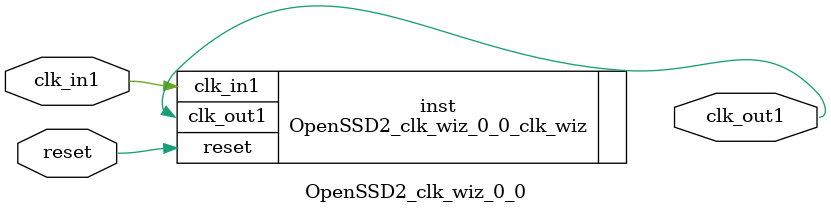
<source format=v>


`timescale 1ps/1ps

(* CORE_GENERATION_INFO = "OpenSSD2_clk_wiz_0_0,clk_wiz_v5_3_1,{component_name=OpenSSD2_clk_wiz_0_0,use_phase_alignment=true,use_min_o_jitter=true,use_max_i_jitter=false,use_dyn_phase_shift=false,use_inclk_switchover=false,use_dyn_reconfig=false,enable_axi=0,feedback_source=FDBK_AUTO,PRIMITIVE=MMCM,num_out_clk=1,clkin1_period=10.0,clkin2_period=10.0,use_power_down=false,use_reset=true,use_locked=false,use_inclk_stopped=false,feedback_type=SINGLE,CLOCK_MGR_TYPE=NA,manual_override=false}" *)

module OpenSSD2_clk_wiz_0_0 
 (
 // Clock in ports
  input         clk_in1,
  // Clock out ports
  output        clk_out1,
  // Status and control signals
  input         reset
 );

  OpenSSD2_clk_wiz_0_0_clk_wiz inst
  (
 // Clock in ports
  .clk_in1(clk_in1),
  // Clock out ports  
  .clk_out1(clk_out1),
  // Status and control signals               
  .reset(reset) 
  );

endmodule

</source>
